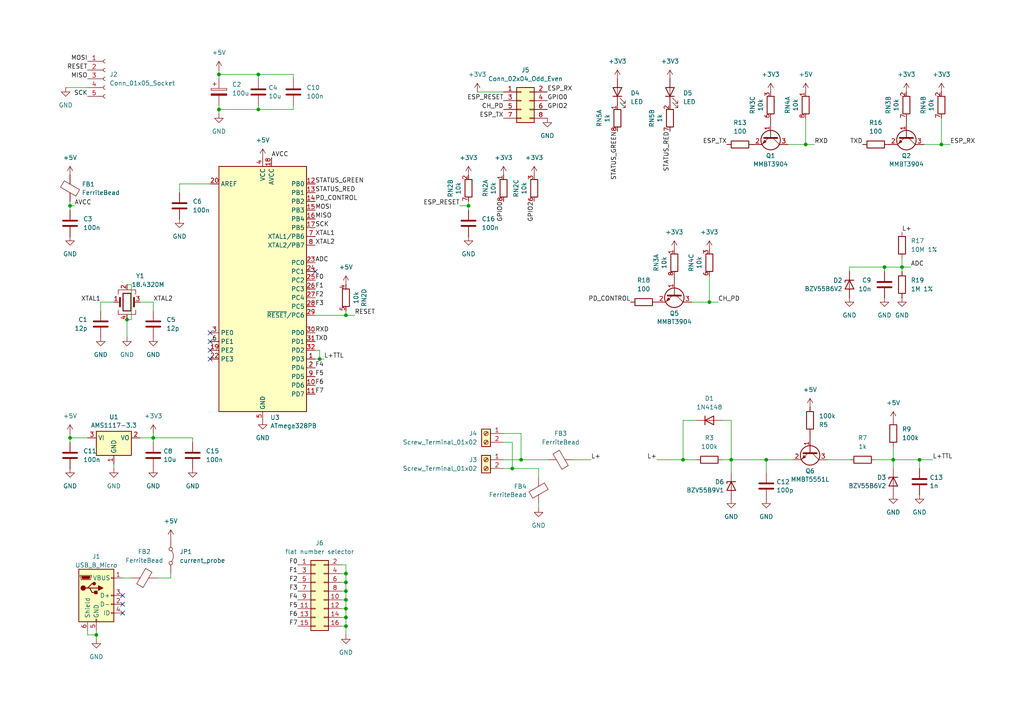
<source format=kicad_sch>
(kicad_sch (version 20231120) (generator "eeschema") (generator_version "8.0")
  (paper "A4")
  (title_block (title "Doorphone sniffer") (date "2024-10-29") (rev "1") (company "Evil Corp.") (comment 1 "Sniffs numbers of flats that are called on the line.") (comment 2 "Sends notifications about events over MQTT.") (comment 3 "Supports Proel-compatible doorphones."))
  (lib_symbols
    (symbol "Connector:Conn_01x05_Socket" (pin_names (offset 1.016) hide)
      (property "Reference" "J" (at 0 7.62 0))
      (property "Value" "Conn_01x05_Socket" (at 0 -7.62 0))
      (symbol "Conn_01x05_Socket_1_1"
        (pin passive line (at -5.08 5.08 0) (length 3.81) (name "Pin_1") (number "1"))
        (pin passive line (at -5.08 2.54 0) (length 3.81) (name "Pin_2") (number "2"))
        (pin passive line (at -5.08 0 0) (length 3.81) (name "Pin_3") (number "3"))
        (pin passive line (at -5.08 -2.54 0) (length 3.81) (name "Pin_4") (number "4"))
        (pin passive line (at -5.08 -5.08 0) (length 3.81) (name "Pin_5") (number "5"))
      )
    )
    (symbol "Connector:Screw_Terminal_01x02" (pin_names (offset 1.016) hide)
      (property "Reference" "J" (at 0 2.54 0))
      (property "Value" "Screw_Terminal_01x02" (at 0 -5.08 0))
      (symbol "Screw_Terminal_01x02_1_1"
        (pin passive line (at -5.08 0 0) (length 3.81) (name "Pin_1") (number "1"))
        (pin passive line (at -5.08 -2.54 0) (length 3.81) (name "Pin_2") (number "2"))
      )
    )
    (symbol "Connector:USB_B_Micro" (pin_names (offset 1.016))
      (property "Reference" "J" (at -5.08 11.43 0))
      (property "Value" "USB_B_Micro" (at -5.08 8.89 0))
      (symbol "USB_B_Micro_1_1"
        (pin power_out line (at 7.62 5.08 180) (length 2.54) (name "VBUS") (number "1"))
        (pin bidirectional line (at 7.62 -2.54 180) (length 2.54) (name "D-") (number "2"))
        (pin bidirectional line (at 7.62 0 180) (length 2.54) (name "D+") (number "3"))
        (pin passive line (at 7.62 -5.08 180) (length 2.54) (name "ID") (number "4"))
        (pin power_out line (at 0 -10.16 90) (length 2.54) (name "GND") (number "5"))
        (pin passive line (at -2.54 -10.16 90) (length 2.54) (name "Shield") (number "6"))
      )
    )
    (symbol "Connector_Generic:Conn_02x04_Odd_Even" (pin_names (offset 1.016) hide)
      (property "Reference" "J" (at 1.27 5.08 0))
      (property "Value" "Conn_02x04_Odd_Even" (at 1.27 -7.62 0))
      (symbol "Conn_02x04_Odd_Even_1_1"
        (pin passive line (at -5.08 2.54 0) (length 3.81) (name "Pin_1") (number "1"))
        (pin passive line (at 7.62 2.54 180) (length 3.81) (name "Pin_2") (number "2"))
        (pin passive line (at -5.08 0 0) (length 3.81) (name "Pin_3") (number "3"))
        (pin passive line (at 7.62 0 180) (length 3.81) (name "Pin_4") (number "4"))
        (pin passive line (at -5.08 -2.54 0) (length 3.81) (name "Pin_5") (number "5"))
        (pin passive line (at 7.62 -2.54 180) (length 3.81) (name "Pin_6") (number "6"))
        (pin passive line (at -5.08 -5.08 0) (length 3.81) (name "Pin_7") (number "7"))
        (pin passive line (at 7.62 -5.08 180) (length 3.81) (name "Pin_8") (number "8"))
      )
    )
    (symbol "Connector_Generic:Conn_02x08_Odd_Even" (pin_names (offset 1.016) hide)
      (property "Reference" "J" (at 1.27 10.16 0))
      (property "Value" "Conn_02x08_Odd_Even" (at 1.27 -12.7 0))
      (symbol "Conn_02x08_Odd_Even_1_1"
        (pin passive line (at -5.08 7.62 0) (length 3.81) (name "Pin_1") (number "1"))
        (pin passive line (at 7.62 -2.54 180) (length 3.81) (name "Pin_10") (number "10"))
        (pin passive line (at -5.08 -5.08 0) (length 3.81) (name "Pin_11") (number "11"))
        (pin passive line (at 7.62 -5.08 180) (length 3.81) (name "Pin_12") (number "12"))
        (pin passive line (at -5.08 -7.62 0) (length 3.81) (name "Pin_13") (number "13"))
        (pin passive line (at 7.62 -7.62 180) (length 3.81) (name "Pin_14") (number "14"))
        (pin passive line (at -5.08 -10.16 0) (length 3.81) (name "Pin_15") (number "15"))
        (pin passive line (at 7.62 -10.16 180) (length 3.81) (name "Pin_16") (number "16"))
        (pin passive line (at 7.62 7.62 180) (length 3.81) (name "Pin_2") (number "2"))
        (pin passive line (at -5.08 5.08 0) (length 3.81) (name "Pin_3") (number "3"))
        (pin passive line (at 7.62 5.08 180) (length 3.81) (name "Pin_4") (number "4"))
        (pin passive line (at -5.08 2.54 0) (length 3.81) (name "Pin_5") (number "5"))
        (pin passive line (at 7.62 2.54 180) (length 3.81) (name "Pin_6") (number "6"))
        (pin passive line (at -5.08 0 0) (length 3.81) (name "Pin_7") (number "7"))
        (pin passive line (at 7.62 0 180) (length 3.81) (name "Pin_8") (number "8"))
        (pin passive line (at -5.08 -2.54 0) (length 3.81) (name "Pin_9") (number "9"))
      )
    )
    (symbol "Device:C" (pin_numbers hide) (pin_names (offset 0.254))
      (property "Reference" "C" (at 0.635 2.54 0))
      (property "Value" "C" (at 0.635 -2.54 0))
      (symbol "C_1_1"
        (pin passive line (at 0 3.81 270) (length 2.794) (name "~") (number "1"))
        (pin passive line (at 0 -3.81 90) (length 2.794) (name "~") (number "2"))
      )
    )
    (symbol "Device:C_Polarized" (pin_numbers hide) (pin_names (offset 0.254))
      (property "Reference" "C" (at 0.635 2.54 0))
      (property "Value" "C_Polarized" (at 0.635 -2.54 0))
      (symbol "C_Polarized_1_1"
        (pin passive line (at 0 3.81 270) (length 2.794) (name "~") (number "1"))
        (pin passive line (at 0 -3.81 90) (length 2.794) (name "~") (number "2"))
      )
    )
    (symbol "Device:Crystal_GND24" (pin_names (offset 1.016) hide)
      (property "Reference" "Y" (at 3.175 5.08 0))
      (property "Value" "Crystal_GND24" (at 3.175 3.175 0))
      (symbol "Crystal_GND24_1_1"
        (pin passive line (at -3.81 0 0) (length 1.27) (name "1") (number "1"))
        (pin passive line (at 0 5.08 270) (length 1.27) (name "2") (number "2"))
        (pin passive line (at 3.81 0 180) (length 1.27) (name "3") (number "3"))
        (pin passive line (at 0 -5.08 90) (length 1.27) (name "4") (number "4"))
      )
    )
    (symbol "Device:D" (pin_numbers hide) (pin_names (offset 1.016) hide)
      (property "Reference" "D" (at 0 2.54 0))
      (property "Value" "D" (at 0 -2.54 0))
      (symbol "D_1_1"
        (pin passive line (at -3.81 0 0) (length 2.54) (name "K") (number "1"))
        (pin passive line (at 3.81 0 180) (length 2.54) (name "A") (number "2"))
      )
    )
    (symbol "Device:FerriteBead" (pin_numbers hide) (pin_names (offset 0))
      (property "Reference" "FB" (at -3.81 0.635 90))
      (property "Value" "FerriteBead" (at 3.81 0 90))
      (symbol "FerriteBead_1_1"
        (pin passive line (at 0 3.81 270) (length 2.54) (name "~") (number "1"))
        (pin passive line (at 0 -3.81 90) (length 2.54) (name "~") (number "2"))
      )
    )
    (symbol "Device:LED" (pin_numbers hide) (pin_names (offset 1.016) hide)
      (property "Reference" "D" (at 0 2.54 0))
      (property "Value" "LED" (at 0 -2.54 0))
      (symbol "LED_1_1"
        (pin passive line (at -3.81 0 0) (length 2.54) (name "K") (number "1"))
        (pin passive line (at 3.81 0 180) (length 2.54) (name "A") (number "2"))
      )
    )
    (symbol "Device:R" (pin_numbers hide) (pin_names (offset 0))
      (property "Reference" "R" (at 2.032 0 90))
      (property "Value" "R" (at 0 0 90))
      (symbol "R_1_1"
        (pin passive line (at 0 3.81 270) (length 1.27) (name "~") (number "1"))
        (pin passive line (at 0 -3.81 90) (length 1.27) (name "~") (number "2"))
      )
    )
    (symbol "Device:R_Pack04_Split" (pin_names (offset 0) hide)
      (property "Reference" "RN" (at 2.032 0 90))
      (property "Value" "R_Pack04_Split" (at 0 0 90))
      (symbol "R_Pack04_Split_1_1"
        (pin passive line (at 0 -3.81 90) (length 1.27) (name "R1.1") (number "1"))
        (pin passive line (at 0 3.81 270) (length 1.27) (name "R1.2") (number "8"))
      )
      (symbol "R_Pack04_Split_2_1"
        (pin passive line (at 0 -3.81 90) (length 1.27) (name "R2.1") (number "2"))
        (pin passive line (at 0 3.81 270) (length 1.27) (name "R2.2") (number "7"))
      )
      (symbol "R_Pack04_Split_3_1"
        (pin passive line (at 0 -3.81 90) (length 1.27) (name "R3.1") (number "3"))
        (pin passive line (at 0 3.81 270) (length 1.27) (name "R3.2") (number "6"))
      )
      (symbol "R_Pack04_Split_4_1"
        (pin passive line (at 0 -3.81 90) (length 1.27) (name "R4.1") (number "4"))
        (pin passive line (at 0 3.81 270) (length 1.27) (name "R4.2") (number "5"))
      )
    )
    (symbol "Diode:BZV55B6V2" (pin_numbers hide) (pin_names hide)
      (property "Reference" "D" (at 0 2.54 0))
      (property "Value" "BZV55B6V2" (at 0 -2.54 0))
      (symbol "BZV55B6V2_1_1"
        (pin passive line (at -3.81 0 0) (length 2.54) (name "K") (number "1"))
        (pin passive line (at 3.81 0 180) (length 2.54) (name "A") (number "2"))
      )
    )
    (symbol "Diode:BZV55B9V1" (pin_numbers hide) (pin_names hide)
      (property "Reference" "D" (at 0 2.54 0))
      (property "Value" "BZV55B9V1" (at 0 -2.54 0))
      (symbol "BZV55B9V1_1_1"
        (pin passive line (at -3.81 0 0) (length 2.54) (name "K") (number "1"))
        (pin passive line (at 3.81 0 180) (length 2.54) (name "A") (number "2"))
      )
    )
    (symbol "Jumper:Jumper_2_Bridged" (pin_numbers hide) (pin_names (offset 0) hide) (exclude_from_sim yes)
      (property "Reference" "JP" (at 0 1.905 0))
      (property "Value" "Jumper_2_Bridged" (at 0 -2.54 0))
      (symbol "Jumper_2_Bridged_1_1"
        (pin passive line (at -5.08 0 0) (length 2.54) (name "A") (number "1"))
        (pin passive line (at 5.08 0 180) (length 2.54) (name "B") (number "2"))
      )
    )
    (symbol "MCU_Microchip_ATmega:ATmega328PB-A"
      (property "Reference" "U" (at -12.7 36.83 0))
      (property "Value" "ATmega328PB-A" (at 2.54 -36.83 0))
      (symbol "ATmega328PB-A_1_1"
        (pin bidirectional line (at 15.24 -20.32 180) (length 2.54) (name "PD3") (number "1"))
        (pin bidirectional line (at 15.24 -27.94 180) (length 2.54) (name "PD6") (number "10"))
        (pin bidirectional line (at 15.24 -30.48 180) (length 2.54) (name "PD7") (number "11"))
        (pin bidirectional line (at 15.24 30.48 180) (length 2.54) (name "PB0") (number "12"))
        (pin bidirectional line (at 15.24 27.94 180) (length 2.54) (name "PB1") (number "13"))
        (pin bidirectional line (at 15.24 25.4 180) (length 2.54) (name "PB2") (number "14"))
        (pin bidirectional line (at 15.24 22.86 180) (length 2.54) (name "PB3") (number "15"))
        (pin bidirectional line (at 15.24 20.32 180) (length 2.54) (name "PB4") (number "16"))
        (pin bidirectional line (at 15.24 17.78 180) (length 2.54) (name "PB5") (number "17"))
        (pin power_in line (at 2.54 38.1 270) (length 2.54) (name "AVCC") (number "18"))
        (pin bidirectional line (at -15.24 -17.78 0) (length 2.54) (name "PE2") (number "19"))
        (pin bidirectional line (at 15.24 -22.86 180) (length 2.54) (name "PD4") (number "2"))
        (pin passive line (at -15.24 30.48 0) (length 2.54) (name "AREF") (number "20"))
        (pin passive line (at 0 -38.1 90) (length 2.54) hide (name "GND") (number "21"))
        (pin bidirectional line (at -15.24 -20.32 0) (length 2.54) (name "PE3") (number "22"))
        (pin bidirectional line (at 15.24 7.62 180) (length 2.54) (name "PC0") (number "23"))
        (pin bidirectional line (at 15.24 5.08 180) (length 2.54) (name "PC1") (number "24"))
        (pin bidirectional line (at 15.24 2.54 180) (length 2.54) (name "PC2") (number "25"))
        (pin bidirectional line (at 15.24 0 180) (length 2.54) (name "PC3") (number "26"))
        (pin bidirectional line (at 15.24 -2.54 180) (length 2.54) (name "PC4") (number "27"))
        (pin bidirectional line (at 15.24 -5.08 180) (length 2.54) (name "PC5") (number "28"))
        (pin bidirectional line (at 15.24 -7.62 180) (length 2.54) (name "~{RESET}/PC6") (number "29"))
        (pin bidirectional line (at -15.24 -12.7 0) (length 2.54) (name "PE0") (number "3"))
        (pin bidirectional line (at 15.24 -12.7 180) (length 2.54) (name "PD0") (number "30"))
        (pin bidirectional line (at 15.24 -15.24 180) (length 2.54) (name "PD1") (number "31"))
        (pin bidirectional line (at 15.24 -17.78 180) (length 2.54) (name "PD2") (number "32"))
        (pin power_in line (at 0 38.1 270) (length 2.54) (name "VCC") (number "4"))
        (pin power_in line (at 0 -38.1 90) (length 2.54) (name "GND") (number "5"))
        (pin bidirectional line (at -15.24 -15.24 0) (length 2.54) (name "PE1") (number "6"))
        (pin bidirectional line (at 15.24 15.24 180) (length 2.54) (name "XTAL1/PB6") (number "7"))
        (pin bidirectional line (at 15.24 12.7 180) (length 2.54) (name "XTAL2/PB7") (number "8"))
        (pin bidirectional line (at 15.24 -25.4 180) (length 2.54) (name "PD5") (number "9"))
      )
    )
    (symbol "Regulator_Linear:AMS1117-3.3"
      (property "Reference" "U" (at -3.81 3.175 0))
      (property "Value" "AMS1117-3.3" (at 0 3.175 0))
      (symbol "AMS1117-3.3_1_1"
        (pin power_in line (at 0 -7.62 90) (length 2.54) (name "GND") (number "1"))
        (pin power_out line (at 7.62 0 180) (length 2.54) (name "VO") (number "2"))
        (pin power_in line (at -7.62 0 0) (length 2.54) (name "VI") (number "3"))
      )
    )
    (symbol "Transistor_BJT:MMBT3904" (pin_names (offset 0) hide)
      (property "Reference" "Q" (at 5.08 1.905 0))
      (property "Value" "MMBT3904" (at 5.08 0 0))
      (symbol "MMBT3904_1_1"
        (pin input line (at -5.08 0 0) (length 5.715) (name "B") (number "1"))
        (pin passive line (at 2.54 -5.08 90) (length 2.54) (name "E") (number "2"))
        (pin passive line (at 2.54 5.08 270) (length 2.54) (name "C") (number "3"))
      )
    )
    (symbol "Transistor_BJT:MMBT5551L" (pin_names (offset 0) hide)
      (property "Reference" "Q" (at 5.08 1.905 0))
      (property "Value" "MMBT5551L" (at 5.08 0 0))
      (symbol "MMBT5551L_1_1"
        (pin input line (at -5.08 0 0) (length 5.715) (name "B") (number "1"))
        (pin passive line (at 2.54 -5.08 90) (length 2.54) (name "E") (number "2"))
        (pin passive line (at 2.54 5.08 270) (length 2.54) (name "C") (number "3"))
      )
    )
    (symbol "power:+3V3" (power) (pin_numbers hide) (pin_names (offset 0) hide)
      (property "Value" "+3V3" (at 0 3.556 0))
      (symbol "+3V3_1_1"
        (pin power_in line (at 0 0 90) (length 0) (name "~") (number "1"))
      )
    )
    (symbol "power:+5V" (power) (pin_numbers hide) (pin_names (offset 0) hide)
      (property "Value" "+5V" (at 0 3.556 0))
      (symbol "+5V_1_1"
        (pin power_in line (at 0 0 90) (length 0) (name "~") (number "1"))
      )
    )
    (symbol "power:GND" (power) (pin_numbers hide) (pin_names (offset 0) hide)
      (property "Value" "GND" (at 0 -3.81 0))
      (symbol "GND_1_1"
        (pin power_in line (at 0 0 270) (length 0) (name "~") (number "1"))
      )
    )
  )
  (junction (at 74.93 31.75))
  (junction (at 266.7 133.35))
  (junction (at 100.33 176.53))
  (junction (at 44.45 127))
  (junction (at 100.33 181.61))
  (junction (at 256.54 77.47))
  (junction (at 100.33 171.45))
  (junction (at 74.93 21.59))
  (junction (at 36.83 92.71))
  (junction (at 100.33 168.91))
  (junction (at 63.5 21.59))
  (junction (at 20.32 59.69))
  (junction (at 273.05 41.91))
  (junction (at 100.33 91.44))
  (junction (at 135.89 59.69))
  (junction (at 100.33 173.99))
  (junction (at 100.33 179.07))
  (junction (at 100.33 166.37))
  (junction (at 205.74 87.63))
  (junction (at 27.94 184.15))
  (junction (at 259.08 133.35))
  (junction (at 63.5 31.75))
  (junction (at 20.32 127))
  (junction (at 151.13 133.35))
  (junction (at 261.62 77.47))
  (junction (at 212.09 133.35))
  (junction (at 148.59 135.89))
  (junction (at 92.71 104.14))
  (junction (at 198.12 133.35))
  (junction (at 233.68 41.91))
  (junction (at 222.25 133.35))
  (no_connect (at 60.96 99.06))
  (no_connect (at 91.44 78.74))
  (no_connect (at 35.56 172.72))
  (no_connect (at 60.96 96.52))
  (no_connect (at 35.56 177.8))
  (no_connect (at 60.96 101.6))
  (no_connect (at 35.56 175.26))
  (no_connect (at 60.96 104.14))
  (wire (pts (xy 222.25 133.35) (xy 229.87 133.35)))
  (wire (pts (xy 92.71 101.6) (xy 92.71 104.14)))
  (wire (pts (xy 49.53 167.64) (xy 49.53 166.37)))
  (wire (pts (xy 91.44 101.6) (xy 92.71 101.6)))
  (wire (pts (xy 151.13 125.73) (xy 151.13 133.35)))
  (wire (pts (xy 198.12 121.92) (xy 198.12 133.35)))
  (wire (pts (xy 151.13 133.35) (xy 146.05 133.35)))
  (wire (pts (xy 20.32 59.69) (xy 20.32 60.96)))
  (wire (pts (xy 212.09 133.35) (xy 212.09 137.16)))
  (wire (pts (xy 212.09 133.35) (xy 212.09 121.92)))
  (wire (pts (xy 44.45 128.27) (xy 44.45 127)))
  (wire (pts (xy 171.45 133.35) (xy 166.37 133.35)))
  (wire (pts (xy 35.56 167.64) (xy 38.1 167.64)))
  (wire (pts (xy 29.21 87.63) (xy 33.02 87.63)))
  (wire (pts (xy 146.05 128.27) (xy 148.59 128.27)))
  (wire (pts (xy 99.06 173.99) (xy 100.33 173.99)))
  (wire (pts (xy 100.33 176.53) (xy 100.33 179.07)))
  (wire (pts (xy 92.71 104.14) (xy 93.98 104.14)))
  (wire (pts (xy 74.93 30.48) (xy 74.93 31.75)))
  (wire (pts (xy 246.38 78.74) (xy 246.38 77.47)))
  (wire (pts (xy 44.45 125.73) (xy 44.45 127)))
  (wire (pts (xy 205.74 87.63) (xy 205.74 80.01)))
  (wire (pts (xy 133.35 59.69) (xy 135.89 59.69)))
  (wire (pts (xy 99.06 163.83) (xy 100.33 163.83)))
  (wire (pts (xy 19.05 25.4) (xy 25.4 25.4)))
  (wire (pts (xy 156.21 135.89) (xy 156.21 138.43)))
  (wire (pts (xy 74.93 21.59) (xy 85.09 21.59)))
  (wire (pts (xy 36.83 92.71) (xy 38.1 92.71)))
  (wire (pts (xy 205.74 87.63) (xy 208.28 87.63)))
  (wire (pts (xy 91.44 104.14) (xy 92.71 104.14)))
  (wire (pts (xy 273.05 41.91) (xy 275.59 41.91)))
  (wire (pts (xy 261.62 77.47) (xy 264.16 77.47)))
  (wire (pts (xy 99.06 166.37) (xy 100.33 166.37)))
  (wire (pts (xy 138.43 26.67) (xy 146.05 26.67)))
  (wire (pts (xy 63.5 21.59) (xy 63.5 22.86)))
  (wire (pts (xy 259.08 133.35) (xy 254 133.35)))
  (wire (pts (xy 63.5 20.32) (xy 63.5 21.59)))
  (wire (pts (xy 74.93 22.86) (xy 74.93 21.59)))
  (wire (pts (xy 261.62 77.47) (xy 261.62 78.74)))
  (wire (pts (xy 20.32 58.42) (xy 20.32 59.69)))
  (wire (pts (xy 259.08 133.35) (xy 259.08 135.89)))
  (wire (pts (xy 156.21 135.89) (xy 148.59 135.89)))
  (wire (pts (xy 20.32 59.69) (xy 21.59 59.69)))
  (wire (pts (xy 209.55 133.35) (xy 212.09 133.35)))
  (wire (pts (xy 74.93 31.75) (xy 85.09 31.75)))
  (wire (pts (xy 29.21 90.17) (xy 29.21 87.63)))
  (wire (pts (xy 148.59 135.89) (xy 146.05 135.89)))
  (wire (pts (xy 100.33 91.44) (xy 102.87 91.44)))
  (wire (pts (xy 100.33 166.37) (xy 100.33 168.91)))
  (wire (pts (xy 267.97 41.91) (xy 273.05 41.91)))
  (wire (pts (xy 36.83 82.55) (xy 38.1 82.55)))
  (wire (pts (xy 85.09 22.86) (xy 85.09 21.59)))
  (wire (pts (xy 259.08 133.35) (xy 266.7 133.35)))
  (wire (pts (xy 100.33 181.61) (xy 100.33 184.15)))
  (wire (pts (xy 135.89 58.42) (xy 135.89 59.69)))
  (wire (pts (xy 27.94 184.15) (xy 27.94 182.88)))
  (wire (pts (xy 40.64 87.63) (xy 44.45 87.63)))
  (wire (pts (xy 52.07 53.34) (xy 60.96 53.34)))
  (wire (pts (xy 63.5 31.75) (xy 74.93 31.75)))
  (wire (pts (xy 233.68 41.91) (xy 236.22 41.91)))
  (wire (pts (xy 45.72 167.64) (xy 49.53 167.64)))
  (wire (pts (xy 135.89 59.69) (xy 135.89 60.96)))
  (wire (pts (xy 200.66 87.63) (xy 205.74 87.63)))
  (wire (pts (xy 212.09 133.35) (xy 222.25 133.35)))
  (wire (pts (xy 201.93 121.92) (xy 198.12 121.92)))
  (wire (pts (xy 63.5 31.75) (xy 63.5 33.02)))
  (wire (pts (xy 273.05 41.91) (xy 273.05 34.29)))
  (wire (pts (xy 63.5 21.59) (xy 74.93 21.59)))
  (wire (pts (xy 259.08 129.54) (xy 259.08 133.35)))
  (wire (pts (xy 52.07 53.34) (xy 52.07 55.88)))
  (wire (pts (xy 240.03 133.35) (xy 246.38 133.35)))
  (wire (pts (xy 99.06 176.53) (xy 100.33 176.53)))
  (wire (pts (xy 25.4 182.88) (xy 25.4 184.15)))
  (wire (pts (xy 212.09 121.92) (xy 209.55 121.92)))
  (wire (pts (xy 44.45 127) (xy 40.64 127)))
  (wire (pts (xy 148.59 128.27) (xy 148.59 135.89)))
  (wire (pts (xy 33.02 135.89) (xy 33.02 134.62)))
  (wire (pts (xy 36.83 97.79) (xy 36.83 92.71)))
  (wire (pts (xy 85.09 30.48) (xy 85.09 31.75)))
  (wire (pts (xy 158.75 133.35) (xy 151.13 133.35)))
  (wire (pts (xy 55.88 128.27) (xy 55.88 127)))
  (wire (pts (xy 100.33 179.07) (xy 100.33 181.61)))
  (wire (pts (xy 99.06 168.91) (xy 100.33 168.91)))
  (wire (pts (xy 20.32 125.73) (xy 20.32 127)))
  (wire (pts (xy 156.21 147.32) (xy 156.21 146.05)))
  (wire (pts (xy 99.06 171.45) (xy 100.33 171.45)))
  (wire (pts (xy 38.1 82.55) (xy 38.1 92.71)))
  (wire (pts (xy 100.33 90.17) (xy 100.33 91.44)))
  (wire (pts (xy 20.32 128.27) (xy 20.32 127)))
  (wire (pts (xy 198.12 133.35) (xy 201.93 133.35)))
  (wire (pts (xy 20.32 127) (xy 25.4 127)))
  (wire (pts (xy 233.68 41.91) (xy 233.68 34.29)))
  (wire (pts (xy 266.7 133.35) (xy 270.51 133.35)))
  (wire (pts (xy 44.45 90.17) (xy 44.45 87.63)))
  (wire (pts (xy 266.7 133.35) (xy 266.7 135.89)))
  (wire (pts (xy 44.45 127) (xy 55.88 127)))
  (wire (pts (xy 27.94 184.15) (xy 27.94 185.42)))
  (wire (pts (xy 99.06 179.07) (xy 100.33 179.07)))
  (wire (pts (xy 25.4 184.15) (xy 27.94 184.15)))
  (wire (pts (xy 146.05 125.73) (xy 151.13 125.73)))
  (wire (pts (xy 228.6 41.91) (xy 233.68 41.91)))
  (wire (pts (xy 256.54 78.74) (xy 256.54 77.47)))
  (wire (pts (xy 100.33 171.45) (xy 100.33 173.99)))
  (wire (pts (xy 99.06 181.61) (xy 100.33 181.61)))
  (wire (pts (xy 246.38 77.47) (xy 256.54 77.47)))
  (wire (pts (xy 100.33 163.83) (xy 100.33 166.37)))
  (wire (pts (xy 100.33 173.99) (xy 100.33 176.53)))
  (wire (pts (xy 100.33 168.91) (xy 100.33 171.45)))
  (wire (pts (xy 256.54 77.47) (xy 261.62 77.47)))
  (wire (pts (xy 91.44 91.44) (xy 100.33 91.44)))
  (wire (pts (xy 190.5 133.35) (xy 198.12 133.35)))
  (wire (pts (xy 222.25 133.35) (xy 222.25 137.16)))
  (wire (pts (xy 63.5 30.48) (xy 63.5 31.75)))
  (wire (pts (xy 261.62 74.93) (xy 261.62 77.47)))
  (label "PD_CONTROL" (at 182.88 87.63 180))
  (label "ESP_RX" (at 275.59 41.91 0))
  (label "XTAL1" (at 91.44 68.58 0))
  (label "F3" (at 91.44 88.9 0))
  (label "AVCC" (at 21.59 59.69 0))
  (label "GPIO2" (at 154.94 58.42 270))
  (label "F2" (at 91.44 86.36 0))
  (label "ADC" (at 91.44 76.2 0))
  (label "RXD" (at 91.44 96.52 0))
  (label "MOSI" (at 25.4 17.78 180))
  (label "GPIO0" (at 146.05 58.42 270))
  (label "ESP_TX" (at 146.05 34.29 180))
  (label "SCK" (at 25.4 27.94 180))
  (label "F1" (at 86.36 166.37 180))
  (label "F6" (at 86.36 179.07 180))
  (label "L+" (at 261.62 67.31 0))
  (label "L+" (at 190.5 133.35 180))
  (label "F1" (at 91.44 83.82 0))
  (label "F7" (at 91.44 114.3 0))
  (label "F2" (at 86.36 168.91 180))
  (label "F7" (at 86.36 181.61 180))
  (label "CH_PD" (at 208.28 87.63 0))
  (label "ADC" (at 264.16 77.47 0))
  (label "L+" (at 171.45 133.35 0))
  (label "XTAL2" (at 44.45 87.63 0))
  (label "TXD" (at 250.19 41.91 180))
  (label "RXD" (at 236.22 41.91 0))
  (label "STATUS_GREEN" (at 91.44 53.34 0))
  (label "L+TTL" (at 93.98 104.14 0))
  (label "AVCC" (at 78.74 45.72 0))
  (label "F0" (at 86.36 163.83 180))
  (label "PD_CONTROL" (at 91.44 58.42 0))
  (label "RESET" (at 25.4 20.32 180))
  (label "ESP_RESET" (at 146.05 29.21 180))
  (label "MOSI" (at 91.44 60.96 0))
  (label "F6" (at 91.44 111.76 0))
  (label "XTAL1" (at 29.21 87.63 180))
  (label "CH_PD" (at 146.05 31.75 180))
  (label "STATUS_RED" (at 194.31 38.1 270))
  (label "ESP_RESET" (at 133.35 59.69 180))
  (label "F0" (at 91.44 81.28 0))
  (label "F4" (at 91.44 106.68 0))
  (label "XTAL2" (at 91.44 71.12 0))
  (label "L+TTL" (at 270.51 133.35 0))
  (label "STATUS_RED" (at 91.44 55.88 0))
  (label "MISO" (at 91.44 63.5 0))
  (label "ESP_TX" (at 210.82 41.91 180))
  (label "GPIO0" (at 158.75 29.21 0))
  (label "F5" (at 86.36 176.53 180))
  (label "RESET" (at 102.87 91.44 0))
  (label "MISO" (at 25.4 22.86 180))
  (label "F3" (at 86.36 171.45 180))
  (label "TXD" (at 91.44 99.06 0))
  (label "F4" (at 86.36 173.99 180))
  (label "F5" (at 91.44 109.22 0))
  (label "SCK" (at 91.44 66.04 0))
  (label "ESP_RX" (at 158.75 26.67 0))
  (label "STATUS_GREEN" (at 179.07 38.1 270))
  (label "GPIO2" (at 158.75 31.75 0))
  (symbol (lib_id "Device:D") (at 205.74 121.92 0) (mirror x) (unit 1)
    (property "Reference" "D1" (at 205.74 115.57 0))
    (property "Value" "1N4148" (at 205.74 118.11 0))
    (property "Footprint" "Diode_SMD:D_MiniMELF" (effects (hide yes)))
    (property "Description" "Diode" (effects (hide yes)))
    (property "Sim.Device" "D" (effects (hide yes)))
    (property "Sim.Pins" "1=K 2=A" (effects (hide yes)))
  )
  (symbol (lib_id "Device:C") (at 29.21 93.98 0) (unit 1)
    (property "Reference" "C1" (at 25.4 92.7099 0) (effects (justify right)))
    (property "Value" "12p" (at 25.4 95.2499 0) (effects (justify right)))
    (property "Footprint" "Capacitor_SMD:C_0805_2012Metric" (effects (hide yes)))
    (property "Description" "Unpolarized capacitor" (effects (hide yes)))
  )
  (symbol (lib_id "power:+5V") (at 63.5 20.32 0) (unit 1)
    (property "Reference" "#PWR03" (effects (hide yes)))
    (property "Value" "+5V" (at 63.5 15.24 0))
    (property "Description" "Power symbol creates a global label with name \"+5V\"" (effects (hide yes)))
  )
  (symbol (lib_id "Device:C") (at 256.54 82.55 0) (unit 1)
    (property "Reference" "C9" (at 252.73 81.2799 0) (effects (justify right)))
    (property "Value" "10n" (at 252.73 83.8199 0) (effects (justify right)))
    (property "Footprint" "Capacitor_SMD:C_0805_2012Metric" (effects (hide yes)))
    (property "Description" "Unpolarized capacitor" (effects (hide yes)))
  )
  (symbol (lib_id "power:+5V") (at 233.68 26.67 0) (unit 1)
    (property "Reference" "#PWR034" (effects (hide yes)))
    (property "Value" "+5V" (at 233.68 21.59 0))
    (property "Description" "Power symbol creates a global label with name \"+5V\"" (effects (hide yes)))
  )
  (symbol (lib_id "power:+3V3") (at 146.05 50.8 0) (unit 1)
    (property "Reference" "#PWR026" (effects (hide yes)))
    (property "Value" "+3V3" (at 146.05 45.72 0))
    (property "Description" "Power symbol creates a global label with name \"+3V3\"" (effects (hide yes)))
  )
  (symbol (lib_id "power:GND") (at 100.33 184.15 0) (unit 1)
    (property "Reference" "#PWR053" (effects (hide yes)))
    (property "Value" "GND" (at 100.33 189.23 0))
    (property "Description" "Power symbol creates a global label with name \"GND\" , ground" (effects (hide yes)))
  )
  (symbol (lib_id "Connector_Generic:Conn_02x04_Odd_Even") (at 151.13 29.21 0) (unit 1)
    (property "Reference" "J5" (at 152.4 20.32 0))
    (property "Value" "Conn_02x04_Odd_Even" (at 152.4 22.86 0))
    (property "Footprint" "Connector_PinSocket_2.54mm:PinSocket_2x04_P2.54mm_Vertical" (effects (hide yes)))
    (property "Description" "Generic connector, double row, 02x04, odd/even pin numbering scheme (row 1 odd numbers, row 2 even numbers), script generated (kicad-library-utils/schlib/autogen/connector/)" (effects (hide yes)))
  )
  (symbol (lib_id "power:GND") (at 256.54 86.36 0) (unit 1)
    (property "Reference" "#PWR035" (effects (hide yes)))
    (property "Value" "GND" (at 256.54 91.44 0))
    (property "Description" "Power symbol creates a global label with name \"GND\" , ground" (effects (hide yes)))
  )
  (symbol (lib_id "Device:C") (at 222.25 140.97 0) (unit 1)
    (property "Reference" "C12" (at 225.171 139.7578 0) (effects (justify left)))
    (property "Value" "100p" (at 225.171 142.1821 0) (effects (justify left)))
    (property "Footprint" "Capacitor_SMD:C_0805_2012Metric" (effects (hide yes)))
    (property "Description" "Unpolarized capacitor" (effects (hide yes)))
  )
  (symbol (lib_id "power:GND") (at 44.45 97.79 0) (unit 1)
    (property "Reference" "#PWR08" (effects (hide yes)))
    (property "Value" "GND" (at 44.45 102.87 0))
    (property "Description" "Power symbol creates a global label with name \"GND\" , ground" (effects (hide yes)))
  )
  (symbol (lib_id "Device:R") (at 261.62 82.55 0) (unit 1)
    (property "Reference" "R19" (at 264.16 81.2799 0) (effects (justify left)))
    (property "Value" "1M 1%" (at 264.16 83.8199 0) (effects (justify left)))
    (property "Footprint" "Resistor_SMD:R_1206_3216Metric" (effects (hide yes)))
    (property "Description" "Resistor" (effects (hide yes)))
  )
  (symbol (lib_id "Device:C") (at 44.45 93.98 0) (unit 1)
    (property "Reference" "C5" (at 48.26 92.7099 0) (effects (justify left)))
    (property "Value" "12p" (at 48.26 95.2499 0) (effects (justify left)))
    (property "Footprint" "Capacitor_SMD:C_0805_2012Metric" (effects (hide yes)))
    (property "Description" "Unpolarized capacitor" (effects (hide yes)))
  )
  (symbol (lib_id "Device:R_Pack04_Split") (at 262.89 30.48 0) (mirror x) (unit 2)
    (property "Reference" "RN3" (at 257.6322 30.48 90))
    (property "Value" "10k" (at 259.9436 30.48 90))
    (property "Footprint" "Resistor_SMD:R_Array_Convex_4x0603" (effects (hide yes)))
  )
  (symbol (lib_id "power:+3V3") (at 262.89 26.67 0) (unit 1)
    (property "Reference" "#PWR037" (effects (hide yes)))
    (property "Value" "+3V3" (at 262.89 21.59 0))
    (property "Description" "Power symbol creates a global label with name \"+3V3\"" (effects (hide yes)))
  )
  (symbol (lib_id "Device:Crystal_GND24") (at 36.83 87.63 0) (unit 1)
    (property "Reference" "Y1" (at 40.64 80.01 0))
    (property "Value" "18.4320M" (at 42.926 82.55 0))
    (property "Footprint" "Crystal:Crystal_SMD_3225-4Pin_3.2x2.5mm" (effects (hide yes)))
  )
  (symbol (lib_id "power:GND") (at 212.09 144.78 0) (unit 1)
    (property "Reference" "#PWR021" (effects (hide yes)))
    (property "Value" "GND" (at 212.09 149.86 0))
    (property "Description" "Power symbol creates a global label with name \"GND\" , ground" (effects (hide yes)))
  )
  (symbol (lib_id "Connector:USB_B_Micro") (at 27.94 172.72 0) (unit 1)
    (property "Reference" "J1" (at 27.94 161.4002 0))
    (property "Value" "USB_B_Micro" (at 27.94 163.9371 0))
    (property "Footprint" "libs:USB_Micro-B" (effects (hide yes)))
  )
  (symbol (lib_id "Device:FerriteBead") (at 162.56 133.35 270) (mirror x) (unit 1)
    (property "Reference" "FB3" (at 162.6108 125.73 90))
    (property "Value" "FerriteBead" (at 162.6108 128.27 90))
    (property "Footprint" "Inductor_SMD:L_0805_2012Metric" (effects (hide yes)))
    (property "Description" "Ferrite bead" (effects (hide yes)))
  )
  (symbol (lib_id "Connector:Screw_Terminal_01x02") (at 140.97 125.73 0) (mirror y) (unit 1)
    (property "Reference" "J4" (at 138.43 125.7299 0) (effects (justify left)))
    (property "Value" "Screw_Terminal_01x02" (at 138.43 128.2699 0) (effects (justify left)))
    (property "Footprint" "TerminalBlock:TerminalBlock_bornier-2_P5.08mm" (effects (hide yes)))
    (property "Description" "Generic screw terminal, single row, 01x02, script generated (kicad-library-utils/schlib/autogen/connector/)" (effects (hide yes)))
  )
  (symbol (lib_id "power:GND") (at 44.45 135.89 0) (unit 1)
    (property "Reference" "#PWR018" (effects (hide yes)))
    (property "Value" "GND" (at 44.45 140.97 0))
    (property "Description" "Power symbol creates a global label with name \"GND\" , ground" (effects (hide yes)))
  )
  (symbol (lib_id "power:GND") (at 52.07 63.5 0) (unit 1)
    (property "Reference" "#PWR010" (effects (hide yes)))
    (property "Value" "GND" (at 52.07 68.58 0))
    (property "Description" "Power symbol creates a global label with name \"GND\" , ground" (effects (hide yes)))
  )
  (symbol (lib_id "Device:FerriteBead") (at 156.21 142.24 0) (mirror x) (unit 1)
    (property "Reference" "FB4" (at 152.8064 141.0786 0) (effects (justify right)))
    (property "Value" "FerriteBead" (at 152.8064 143.5029 0) (effects (justify right)))
    (property "Footprint" "Inductor_SMD:L_0805_2012Metric" (effects (hide yes)))
    (property "Description" "Ferrite bead" (effects (hide yes)))
  )
  (symbol (lib_id "Transistor_BJT:MMBT3904") (at 223.52 39.37 270) (unit 1)
    (property "Reference" "Q1" (at 223.52 45.1795 90))
    (property "Value" "MMBT3904" (at 223.52 47.6038 90))
    (property "Footprint" "Package_TO_SOT_SMD:SOT-23" (effects (hide yes)))
    (property "Datasheet" "https://www.onsemi.com/pdf/datasheet/pzt3904-d.pdf" (effects (hide yes)))
    (property "Description" "0.2A Ic, 40V Vce, Small Signal NPN Transistor, SOT-23" (effects (hide yes)))
  )
  (symbol (lib_id "Diode:BZV55B9V1") (at 212.09 140.97 90) (mirror x) (unit 1)
    (property "Reference" "D6" (at 210.058 139.7578 90) (effects (justify left)))
    (property "Value" "BZV55B9V1" (at 210.058 142.1821 90) (effects (justify left)))
    (property "Footprint" "Diode_SMD:D_MiniMELF" (effects (hide yes)))
    (property "Datasheet" "https://assets.nexperia.com/documents/data-sheet/BZV55_SER.pdf" (effects (hide yes)))
    (property "Description" "9.1V, 500mW, 2%, Zener diode, MiniMELF" (effects (hide yes)))
  )
  (symbol (lib_id "Device:R_Pack04_Split") (at 194.31 34.29 0) (mirror x) (unit 2)
    (property "Reference" "RN5" (at 189.0522 34.29 90))
    (property "Value" "1k" (at 191.3636 34.29 90))
    (property "Footprint" "Resistor_SMD:R_Array_Convex_4x0603" (effects (hide yes)))
  )
  (symbol (lib_id "Device:C_Polarized") (at 63.5 26.67 0) (unit 1)
    (property "Reference" "C2" (at 67.31 24.5109 0) (effects (justify left)))
    (property "Value" "100u" (at 67.31 27.0509 0) (effects (justify left)))
    (property "Footprint" "Capacitor_SMD:CP_Elec_6.3x9.9" (effects (hide yes)))
    (property "Description" "Polarized capacitor" (effects (hide yes)))
  )
  (symbol (lib_id "Device:R_Pack04_Split") (at 273.05 30.48 0) (mirror x) (unit 2)
    (property "Reference" "RN4" (at 267.7922 30.48 90))
    (property "Value" "10k" (at 270.1036 30.48 90))
    (property "Footprint" "Resistor_SMD:R_Array_Convex_4x0603" (effects (hide yes)))
  )
  (symbol (lib_id "power:GND") (at 33.02 135.89 0) (unit 1)
    (property "Reference" "#PWR016" (effects (hide yes)))
    (property "Value" "GND" (at 33.02 140.97 0))
    (property "Description" "Power symbol creates a global label with name \"GND\" , ground" (effects (hide yes)))
  )
  (symbol (lib_id "Connector:Screw_Terminal_01x02") (at 140.97 133.35 0) (mirror y) (unit 1)
    (property "Reference" "J3" (at 138.43 133.3499 0) (effects (justify left)))
    (property "Value" "Screw_Terminal_01x02" (at 138.43 135.8899 0) (effects (justify left)))
    (property "Footprint" "TerminalBlock:TerminalBlock_bornier-2_P5.08mm" (effects (hide yes)))
    (property "Description" "Generic screw terminal, single row, 01x02, script generated (kicad-library-utils/schlib/autogen/connector/)" (effects (hide yes)))
  )
  (symbol (lib_id "Diode:BZV55B6V2") (at 259.08 139.7 90) (mirror x) (unit 1)
    (property "Reference" "D3" (at 257.048 138.4878 90) (effects (justify left)))
    (property "Value" "BZV55B6V2" (at 257.048 140.9121 90) (effects (justify left)))
    (property "Footprint" "Diode_SMD:D_MiniMELF" (effects (hide yes)))
    (property "Datasheet" "https://assets.nexperia.com/documents/data-sheet/BZV55_SER.pdf" (effects (hide yes)))
    (property "Description" "6.2V, 500mW, 2%, Zener diode, MiniMELF" (effects (hide yes)))
  )
  (symbol (lib_id "Device:C") (at 52.07 59.69 0) (unit 1)
    (property "Reference" "C6" (at 55.88 58.4199 0) (effects (justify left)))
    (property "Value" "100n" (at 55.88 60.9599 0) (effects (justify left)))
    (property "Footprint" "Capacitor_SMD:C_0805_2012Metric" (effects (hide yes)))
    (property "Description" "Unpolarized capacitor" (effects (hide yes)))
  )
  (symbol (lib_id "Device:FerriteBead") (at 41.91 167.64 90) (unit 1)
    (property "Reference" "FB2" (at 41.8592 160.02 90))
    (property "Value" "FerriteBead" (at 41.8592 162.56 90))
    (property "Footprint" "Inductor_SMD:L_0805_2012Metric" (effects (hide yes)))
    (property "Description" "Ferrite bead" (effects (hide yes)))
  )
  (symbol (lib_id "power:+3V3") (at 223.52 26.67 0) (unit 1)
    (property "Reference" "#PWR033" (effects (hide yes)))
    (property "Value" "+3V3" (at 223.52 21.59 0))
    (property "Description" "Power symbol creates a global label with name \"+3V3\"" (effects (hide yes)))
  )
  (symbol (lib_id "power:+3V3") (at 205.74 72.39 0) (unit 1)
    (property "Reference" "#PWR043" (effects (hide yes)))
    (property "Value" "+3V3" (at 205.74 67.31 0))
    (property "Description" "Power symbol creates a global label with name \"+3V3\"" (effects (hide yes)))
  )
  (symbol (lib_id "power:GND") (at 20.32 68.58 0) (unit 1)
    (property "Reference" "#PWR06" (effects (hide yes)))
    (property "Value" "GND" (at 20.32 73.66 0))
    (property "Description" "Power symbol creates a global label with name \"GND\" , ground" (effects (hide yes)))
  )
  (symbol (lib_id "Device:R") (at 186.69 87.63 90) (unit 1)
    (property "Reference" "R18" (at 186.69 81.28 90))
    (property "Value" "100" (at 186.69 83.82 90))
    (property "Footprint" "Resistor_SMD:R_0603_1608Metric" (effects (hide yes)))
    (property "Description" "Resistor" (effects (hide yes)))
  )
  (symbol (lib_id "Device:R") (at 234.95 121.92 180) (unit 1)
    (property "Reference" "R5" (at 237.49 123.1901 0) (effects (justify right)))
    (property "Value" "100k" (at 237.49 120.6501 0) (effects (justify right)))
    (property "Footprint" "Resistor_SMD:R_0805_2012Metric" (effects (hide yes)))
    (property "Description" "Resistor" (effects (hide yes)))
  )
  (symbol (lib_id "power:GND") (at 63.5 33.02 0) (unit 1)
    (property "Reference" "#PWR04" (effects (hide yes)))
    (property "Value" "GND" (at 63.5 38.1 0))
    (property "Description" "Power symbol creates a global label with name \"GND\" , ground" (effects (hide yes)))
  )
  (symbol (lib_id "Transistor_BJT:MMBT3904") (at 262.89 39.37 270) (unit 1)
    (property "Reference" "Q2" (at 262.89 45.1795 90))
    (property "Value" "MMBT3904" (at 262.89 47.6038 90))
    (property "Footprint" "Package_TO_SOT_SMD:SOT-23" (effects (hide yes)))
    (property "Datasheet" "https://www.onsemi.com/pdf/datasheet/pzt3904-d.pdf" (effects (hide yes)))
    (property "Description" "0.2A Ic, 40V Vce, Small Signal NPN Transistor, SOT-23" (effects (hide yes)))
  )
  (symbol (lib_id "power:+3V3") (at 194.31 22.86 0) (unit 1)
    (property "Reference" "#PWR032" (effects (hide yes)))
    (property "Value" "+3V3" (at 194.31 17.78 0))
    (property "Description" "Power symbol creates a global label with name \"+3V3\"" (effects (hide yes)))
  )
  (symbol (lib_id "power:+3V3") (at 195.58 72.39 0) (unit 1)
    (property "Reference" "#PWR042" (effects (hide yes)))
    (property "Value" "+3V3" (at 195.58 67.31 0))
    (property "Description" "Power symbol creates a global label with name \"+3V3\"" (effects (hide yes)))
  )
  (symbol (lib_id "power:+5V") (at 49.53 156.21 0) (unit 1)
    (property "Reference" "#PWR09" (effects (hide yes)))
    (property "Value" "+5V" (at 49.53 151.13 0))
    (property "Description" "Power symbol creates a global label with name \"+5V\"" (effects (hide yes)))
  )
  (symbol (lib_id "power:+3V3") (at 273.05 26.67 0) (unit 1)
    (property "Reference" "#PWR038" (effects (hide yes)))
    (property "Value" "+3V3" (at 273.05 21.59 0))
    (property "Description" "Power symbol creates a global label with name \"+3V3\"" (effects (hide yes)))
  )
  (symbol (lib_id "power:GND") (at 135.89 68.58 0) (unit 1)
    (property "Reference" "#PWR041" (effects (hide yes)))
    (property "Value" "GND" (at 135.89 73.66 0))
    (property "Description" "Power symbol creates a global label with name \"GND\" , ground" (effects (hide yes)))
  )
  (symbol (lib_id "Device:R") (at 250.19 133.35 270) (mirror x) (unit 1)
    (property "Reference" "R7" (at 250.19 127 90))
    (property "Value" "1k" (at 250.19 129.54 90))
    (property "Footprint" "Resistor_SMD:R_0805_2012Metric" (effects (hide yes)))
    (property "Description" "Resistor" (effects (hide yes)))
  )
  (symbol (lib_id "power:GND") (at 261.62 86.36 0) (unit 1)
    (property "Reference" "#PWR036" (effects (hide yes)))
    (property "Value" "GND" (at 261.62 91.44 0))
    (property "Description" "Power symbol creates a global label with name \"GND\" , ground" (effects (hide yes)))
  )
  (symbol (lib_id "Device:C") (at 44.45 132.08 0) (unit 1)
    (property "Reference" "C8" (at 47.371 130.8678 0) (effects (justify left)))
    (property "Value" "10u" (at 47.371 133.2921 0) (effects (justify left)))
    (property "Footprint" "Capacitor_SMD:C_1206_3216Metric" (effects (hide yes)))
    (property "Description" "Unpolarized capacitor" (effects (hide yes)))
  )
  (symbol (lib_id "power:GND") (at 246.38 86.36 0) (unit 1)
    (property "Reference" "#PWR039" (effects (hide yes)))
    (property "Value" "GND" (at 246.38 91.44 0))
    (property "Description" "Power symbol creates a global label with name \"GND\" , ground" (effects (hide yes)))
  )
  (symbol (lib_id "Device:R") (at 261.62 71.12 0) (unit 1)
    (property "Reference" "R17" (at 264.16 69.8499 0) (effects (justify left)))
    (property "Value" "10M 1%" (at 264.16 72.3899 0) (effects (justify left)))
    (property "Footprint" "Resistor_SMD:R_1206_3216Metric" (effects (hide yes)))
    (property "Description" "Resistor" (effects (hide yes)))
  )
  (symbol (lib_id "Device:R_Pack04_Split") (at 146.05 54.61 0) (mirror x) (unit 1)
    (property "Reference" "RN2" (at 140.7922 54.61 90))
    (property "Value" "10k" (at 143.1036 54.61 90))
    (property "Footprint" "Resistor_SMD:R_Array_Convex_4x0603" (effects (hide yes)))
  )
  (symbol (lib_id "Device:FerriteBead") (at 20.32 54.61 180) (unit 1)
    (property "Reference" "FB1" (at 23.7236 53.4486 0) (effects (justify right)))
    (property "Value" "FerriteBead" (at 23.7236 55.8729 0) (effects (justify right)))
    (property "Footprint" "Inductor_SMD:L_0805_2012Metric" (effects (hide yes)))
    (property "Description" "Ferrite bead" (effects (hide yes)))
  )
  (symbol (lib_id "power:GND") (at 222.25 144.78 0) (unit 1)
    (property "Reference" "#PWR044" (effects (hide yes)))
    (property "Value" "GND" (at 222.25 149.86 0))
    (property "Description" "Power symbol creates a global label with name \"GND\" , ground" (effects (hide yes)))
  )
  (symbol (lib_id "power:GND") (at 29.21 97.79 0) (unit 1)
    (property "Reference" "#PWR02" (effects (hide yes)))
    (property "Value" "GND" (at 29.21 102.87 0))
    (property "Description" "Power symbol creates a global label with name \"GND\" , ground" (effects (hide yes)))
  )
  (symbol (lib_id "Device:R_Pack04_Split") (at 223.52 30.48 0) (mirror x) (unit 3)
    (property "Reference" "RN3" (at 218.2622 30.48 90))
    (property "Value" "10k" (at 220.5736 30.48 90))
    (property "Footprint" "Resistor_SMD:R_Array_Convex_4x0603" (effects (hide yes)))
  )
  (symbol (lib_id "power:GND") (at 76.2 121.92 0) (unit 1)
    (property "Reference" "#PWR015" (effects (hide yes)))
    (property "Value" "GND" (at 76.2 127 0))
    (property "Description" "Power symbol creates a global label with name \"GND\" , ground" (effects (hide yes)))
  )
  (symbol (lib_id "MCU_Microchip_ATmega:ATmega328PB-A") (at 76.2 83.82 0) (unit 1)
    (property "Reference" "U3" (at 78.3941 121.1001 0) (effects (justify left)))
    (property "Value" "ATmega328PB" (at 78.3941 123.5244 0) (effects (justify left)))
    (property "Footprint" "Package_QFP:TQFP-32_7x7mm_P0.8mm" (effects (hide yes)))
    (property "Datasheet" "http://ww1.microchip.com/downloads/en/DeviceDoc/40001906C.pdf" (effects (hide yes)))
    (property "Description" "20MHz, 32kB Flash, 2kB SRAM, 1kB EEPROM, TQFP-32" (effects (hide yes)))
  )
  (symbol (lib_id "power:GND") (at 266.7 143.51 0) (unit 1)
    (property "Reference" "#PWR040" (effects (hide yes)))
    (property "Value" "GND" (at 266.7 148.59 0))
    (property "Description" "Power symbol creates a global label with name \"GND\" , ground" (effects (hide yes)))
  )
  (symbol (lib_id "power:+5V") (at 76.2 45.72 0) (unit 1)
    (property "Reference" "#PWR014" (effects (hide yes)))
    (property "Value" "+5V" (at 76.2 40.64 0))
    (property "Description" "Power symbol creates a global label with name \"+5V\"" (effects (hide yes)))
  )
  (symbol (lib_id "power:GND") (at 20.32 135.89 0) (unit 1)
    (property "Reference" "#PWR012" (effects (hide yes)))
    (property "Value" "GND" (at 20.32 140.97 0))
    (property "Description" "Power symbol creates a global label with name \"GND\" , ground" (effects (hide yes)))
  )
  (symbol (lib_id "Regulator_Linear:AMS1117-3.3") (at 33.02 127 0) (unit 1)
    (property "Reference" "U1" (at 33.02 120.9505 0))
    (property "Value" "AMS1117-3.3" (at 33.02 123.3748 0))
    (property "Footprint" "Package_TO_SOT_SMD:SOT-223-3_TabPin2" (effects (hide yes)))
    (property "Datasheet" "http://www.advanced-monolithic.com/pdf/ds1117.pdf" (effects (hide yes)))
    (property "Description" "1A Low Dropout regulator, positive, 3.3V fixed output, SOT-223" (effects (hide yes)))
  )
  (symbol (lib_id "power:+5V") (at 20.32 125.73 0) (unit 1)
    (property "Reference" "#PWR011" (effects (hide yes)))
    (property "Value" "+5V" (at 20.32 120.65 0))
    (property "Description" "Power symbol creates a global label with name \"+5V\"" (effects (hide yes)))
  )
  (symbol (lib_id "Device:C") (at 135.89 64.77 0) (unit 1)
    (property "Reference" "C16" (at 139.7 63.4999 0) (effects (justify left)))
    (property "Value" "100n" (at 139.7 66.0399 0) (effects (justify left)))
    (property "Footprint" "Capacitor_SMD:C_0805_2012Metric" (effects (hide yes)))
    (property "Description" "Unpolarized capacitor" (effects (hide yes)))
  )
  (symbol (lib_id "Device:R_Pack04_Split") (at 179.07 34.29 0) (mirror x) (unit 1)
    (property "Reference" "RN5" (at 173.8122 34.29 90))
    (property "Value" "1k" (at 176.1236 34.29 90))
    (property "Footprint" "Resistor_SMD:R_Array_Convex_4x0603" (effects (hide yes)))
  )
  (symbol (lib_id "Diode:BZV55B6V2") (at 246.38 82.55 90) (mirror x) (unit 1)
    (property "Reference" "D2" (at 244.348 81.3378 90) (effects (justify left)))
    (property "Value" "BZV55B6V2" (at 244.348 83.7621 90) (effects (justify left)))
    (property "Footprint" "Diode_SMD:D_MiniMELF" (effects (hide yes)))
    (property "Datasheet" "https://assets.nexperia.com/documents/data-sheet/BZV55_SER.pdf" (effects (hide yes)))
    (property "Description" "6.2V, 500mW, 2%, Zener diode, MiniMELF" (effects (hide yes)))
  )
  (symbol (lib_id "power:+5V") (at 100.33 82.55 0) (unit 1)
    (property "Reference" "#PWR019" (effects (hide yes)))
    (property "Value" "+5V" (at 100.33 77.47 0))
    (property "Description" "Power symbol creates a global label with name \"+5V\"" (effects (hide yes)))
  )
  (symbol (lib_id "Device:C") (at 74.93 26.67 0) (unit 1)
    (property "Reference" "C4" (at 77.851 25.4578 0) (effects (justify left)))
    (property "Value" "10u" (at 77.851 27.8821 0) (effects (justify left)))
    (property "Footprint" "Capacitor_SMD:C_1206_3216Metric" (effects (hide yes)))
    (property "Description" "Unpolarized capacitor" (effects (hide yes)))
  )
  (symbol (lib_id "power:+3V3") (at 135.89 50.8 0) (unit 1)
    (property "Reference" "#PWR022" (effects (hide yes)))
    (property "Value" "+3V3" (at 135.89 45.72 0))
    (property "Description" "Power symbol creates a global label with name \"+3V3\"" (effects (hide yes)))
  )
  (symbol (lib_id "Device:C") (at 20.32 64.77 0) (unit 1)
    (property "Reference" "C3" (at 24.13 63.4999 0) (effects (justify left)))
    (property "Value" "100n" (at 24.13 66.0399 0) (effects (justify left)))
    (property "Footprint" "Capacitor_SMD:C_0805_2012Metric" (effects (hide yes)))
    (property "Description" "Unpolarized capacitor" (effects (hide yes)))
  )
  (symbol (lib_id "Device:R") (at 254 41.91 90) (unit 1)
    (property "Reference" "R16" (at 254 35.56 90))
    (property "Value" "100" (at 254 38.1 90))
    (property "Footprint" "Resistor_SMD:R_0603_1608Metric" (effects (hide yes)))
    (property "Description" "Resistor" (effects (hide yes)))
  )
  (symbol (lib_id "Device:C") (at 55.88 132.08 0) (unit 1)
    (property "Reference" "C15" (at 59.69 130.8099 0) (effects (justify left)))
    (property "Value" "100n" (at 59.69 133.3499 0) (effects (justify left)))
    (property "Footprint" "Capacitor_SMD:C_0805_2012Metric" (effects (hide yes)))
    (property "Description" "Unpolarized capacitor" (effects (hide yes)))
  )
  (symbol (lib_id "Device:LED") (at 194.31 26.67 90) (unit 1)
    (property "Reference" "D5" (at 198.12 26.9874 90) (effects (justify right)))
    (property "Value" "LED" (at 198.12 29.5274 90) (effects (justify right)))
    (property "Footprint" "LED_SMD:LED_0805_2012Metric" (effects (hide yes)))
    (property "Description" "Light emitting diode" (effects (hide yes)))
  )
  (symbol (lib_id "Device:R_Pack04_Split") (at 233.68 30.48 0) (mirror x) (unit 1)
    (property "Reference" "RN4" (at 228.4222 30.48 90))
    (property "Value" "10k" (at 230.7336 30.48 90))
    (property "Footprint" "Resistor_SMD:R_Array_Convex_4x0603" (effects (hide yes)))
  )
  (symbol (lib_id "Device:R_Pack04_Split") (at 195.58 76.2 0) (mirror x) (unit 1)
    (property "Reference" "RN3" (at 190.3222 76.2 90))
    (property "Value" "10k" (at 192.6336 76.2 90))
    (property "Footprint" "Resistor_SMD:R_Array_Convex_4x0603" (effects (hide yes)))
  )
  (symbol (lib_id "power:+3V3") (at 154.94 50.8 0) (unit 1)
    (property "Reference" "#PWR030" (effects (hide yes)))
    (property "Value" "+3V3" (at 154.94 45.72 0))
    (property "Description" "Power symbol creates a global label with name \"+3V3\"" (effects (hide yes)))
  )
  (symbol (lib_id "power:GND") (at 19.05 25.4 0) (unit 1)
    (property "Reference" "#PWR01" (effects (hide yes)))
    (property "Value" "GND" (at 19.05 30.48 0))
    (property "Description" "Power symbol creates a global label with name \"GND\" , ground" (effects (hide yes)))
  )
  (symbol (lib_id "Transistor_BJT:MMBT3904") (at 195.58 85.09 270) (unit 1)
    (property "Reference" "Q5" (at 195.58 90.8995 90))
    (property "Value" "MMBT3904" (at 195.58 93.3238 90))
    (property "Footprint" "Package_TO_SOT_SMD:SOT-23" (effects (hide yes)))
    (property "Datasheet" "https://www.onsemi.com/pdf/datasheet/pzt3904-d.pdf" (effects (hide yes)))
    (property "Description" "0.2A Ic, 40V Vce, Small Signal NPN Transistor, SOT-23" (effects (hide yes)))
  )
  (symbol (lib_id "Device:R") (at 205.74 133.35 270) (unit 1)
    (property "Reference" "R3" (at 205.74 127 90))
    (property "Value" "100k" (at 205.74 129.54 90))
    (property "Footprint" "Resistor_SMD:R_1206_3216Metric" (effects (hide yes)))
    (property "Description" "Resistor" (effects (hide yes)))
  )
  (symbol (lib_id "power:+5V") (at 20.32 50.8 0) (unit 1)
    (property "Reference" "#PWR05" (effects (hide yes)))
    (property "Value" "+5V" (at 20.32 45.72 0))
    (property "Description" "Power symbol creates a global label with name \"+5V\"" (effects (hide yes)))
  )
  (symbol (lib_id "Device:C") (at 266.7 139.7 0) (unit 1)
    (property "Reference" "C13" (at 269.621 138.4878 0) (effects (justify left)))
    (property "Value" "1n" (at 269.621 140.9121 0) (effects (justify left)))
    (property "Footprint" "Capacitor_SMD:C_0805_2012Metric" (effects (hide yes)))
    (property "Description" "Unpolarized capacitor" (effects (hide yes)))
  )
  (symbol (lib_id "Device:R_Pack04_Split") (at 205.74 76.2 0) (mirror x) (unit 3)
    (property "Reference" "RN4" (at 200.4822 76.2 90))
    (property "Value" "10k" (at 202.7936 76.2 90))
    (property "Footprint" "Resistor_SMD:R_Array_Convex_4x0603" (effects (hide yes)))
  )
  (symbol (lib_id "power:+3V3") (at 44.45 125.73 0) (unit 1)
    (property "Reference" "#PWR017" (effects (hide yes)))
    (property "Value" "+3V3" (at 44.45 120.65 0))
    (property "Description" "Power symbol creates a global label with name \"+3V3\"" (effects (hide yes)))
  )
  (symbol (lib_id "Device:R_Pack04_Split") (at 100.33 86.36 180) (unit 4)
    (property "Reference" "RN2" (at 105.5878 86.36 90))
    (property "Value" "10k" (at 103.2764 86.36 90))
    (property "Footprint" "Resistor_SMD:R_Array_Convex_4x0603" (effects (hide yes)))
  )
  (symbol (lib_id "Device:C") (at 85.09 26.67 0) (unit 1)
    (property "Reference" "C10" (at 88.9 25.3999 0) (effects (justify left)))
    (property "Value" "100n" (at 88.9 27.9399 0) (effects (justify left)))
    (property "Footprint" "Capacitor_SMD:C_0805_2012Metric" (effects (hide yes)))
    (property "Description" "Unpolarized capacitor" (effects (hide yes)))
  )
  (symbol (lib_id "power:+5V") (at 234.95 118.11 0) (mirror y) (unit 1)
    (property "Reference" "#PWR023" (effects (hide yes)))
    (property "Value" "+5V" (at 234.95 113.03 0))
    (property "Description" "Power symbol creates a global label with name \"+5V\"" (effects (hide yes)))
  )
  (symbol (lib_id "power:GND") (at 55.88 135.89 0) (unit 1)
    (property "Reference" "#PWR020" (effects (hide yes)))
    (property "Value" "GND" (at 55.88 140.97 0))
    (property "Description" "Power symbol creates a global label with name \"GND\" , ground" (effects (hide yes)))
  )
  (symbol (lib_id "power:+5V") (at 259.08 121.92 0) (unit 1)
    (property "Reference" "#PWR028" (effects (hide yes)))
    (property "Value" "+5V" (at 259.08 116.84 0))
    (property "Description" "Power symbol creates a global label with name \"+5V\"" (effects (hide yes)))
  )
  (symbol (lib_id "power:GND") (at 158.75 34.29 0) (unit 1)
    (property "Reference" "#PWR027" (effects (hide yes)))
    (property "Value" "GND" (at 158.75 39.37 0))
    (property "Description" "Power symbol creates a global label with name \"GND\" , ground" (effects (hide yes)))
  )
  (symbol (lib_id "Device:C") (at 20.32 132.08 0) (unit 1)
    (property "Reference" "C11" (at 24.13 130.8099 0) (effects (justify left)))
    (property "Value" "100n" (at 24.13 133.3499 0) (effects (justify left)))
    (property "Footprint" "Capacitor_SMD:C_0805_2012Metric" (effects (hide yes)))
    (property "Description" "Unpolarized capacitor" (effects (hide yes)))
  )
  (symbol (lib_id "power:+3V3") (at 138.43 26.67 0) (unit 1)
    (property "Reference" "#PWR024" (effects (hide yes)))
    (property "Value" "+3V3" (at 138.43 21.59 0))
    (property "Description" "Power symbol creates a global label with name \"+3V3\"" (effects (hide yes)))
  )
  (symbol (lib_id "Device:R_Pack04_Split") (at 135.89 54.61 0) (mirror x) (unit 2)
    (property "Reference" "RN2" (at 130.6322 54.61 90))
    (property "Value" "10k" (at 132.9436 54.61 90))
    (property "Footprint" "Resistor_SMD:R_Array_Convex_4x0603" (effects (hide yes)))
  )
  (symbol (lib_id "Connector_Generic:Conn_02x08_Odd_Even") (at 91.44 171.45 0) (unit 1)
    (property "Reference" "J6" (at 92.71 157.48 0))
    (property "Value" "flat number selector" (at 92.71 160.02 0))
    (property "Footprint" "Connector_PinHeader_2.54mm:PinHeader_2x08_P2.54mm_Vertical" (effects (hide yes)))
    (property "Description" "Generic connector, double row, 02x08, odd/even pin numbering scheme (row 1 odd numbers, row 2 even numbers), script generated (kicad-library-utils/schlib/autogen/connector/)" (effects (hide yes)))
  )
  (symbol (lib_id "Device:R") (at 214.63 41.91 90) (unit 1)
    (property "Reference" "R13" (at 214.63 35.56 90))
    (property "Value" "100" (at 214.63 38.1 90))
    (property "Footprint" "Resistor_SMD:R_0603_1608Metric" (effects (hide yes)))
    (property "Description" "Resistor" (effects (hide yes)))
  )
  (symbol (lib_id "Transistor_BJT:MMBT5551L") (at 234.95 130.81 270) (unit 1)
    (property "Reference" "Q6" (at 234.95 136.6195 90))
    (property "Value" "MMBT5551L" (at 234.95 139.0438 90))
    (property "Footprint" "Package_TO_SOT_SMD:SOT-23" (effects (hide yes)))
    (property "Datasheet" "www.onsemi.com/pub/Collateral/MMBT5550LT1-D.PDF" (effects (hide yes)))
    (property "Description" "0.6A Ic, 160V Vce, NPN Transistor, SOT-23" (effects (hide yes)))
  )
  (symbol (lib_id "Device:R_Pack04_Split") (at 154.94 54.61 0) (mirror x) (unit 3)
    (property "Reference" "RN2" (at 149.6822 54.61 90))
    (property "Value" "10k" (at 151.9936 54.61 90))
    (property "Footprint" "Resistor_SMD:R_Array_Convex_4x0603" (effects (hide yes)))
  )
  (symbol (lib_id "power:GND") (at 27.94 185.42 0) (unit 1)
    (property "Reference" "#PWR07" (effects (hide yes)))
    (property "Value" "GND" (at 27.94 190.5 0))
    (property "Description" "Power symbol creates a global label with name \"GND\" , ground" (effects (hide yes)))
  )
  (symbol (lib_id "Device:LED") (at 179.07 26.67 90) (unit 1)
    (property "Reference" "D4" (at 182.88 26.9874 90) (effects (justify right)))
    (property "Value" "LED" (at 182.88 29.5274 90) (effects (justify right)))
    (property "Footprint" "LED_SMD:LED_0805_2012Metric" (effects (hide yes)))
    (property "Description" "Light emitting diode" (effects (hide yes)))
  )
  (symbol (lib_id "Connector:Conn_01x05_Socket") (at 30.48 22.86 0) (unit 1)
    (property "Reference" "J2" (at 31.75 21.5899 0) (effects (justify left)))
    (property "Value" "Conn_01x05_Socket" (at 31.75 24.1299 0) (effects (justify left)))
    (property "Footprint" "Connector_PinHeader_2.54mm:PinHeader_1x05_P2.54mm_Vertical" (effects (hide yes)))
    (property "Description" "Generic connector, single row, 01x05, script generated" (effects (hide yes)))
  )
  (symbol (lib_id "power:+3V3") (at 179.07 22.86 0) (unit 1)
    (property "Reference" "#PWR031" (effects (hide yes)))
    (property "Value" "+3V3" (at 179.07 17.78 0))
    (property "Description" "Power symbol creates a global label with name \"+3V3\"" (effects (hide yes)))
  )
  (symbol (lib_id "Jumper:Jumper_2_Bridged") (at 49.53 161.29 270) (unit 1) (exclude_from_sim yes)
    (property "Reference" "JP1" (at 52.07 160.0199 90) (effects (justify left)))
    (property "Value" "current_probe" (at 52.07 162.5599 90) (effects (justify left)))
    (property "Footprint" "Connector_PinHeader_2.54mm:PinHeader_1x02_P2.54mm_Vertical" (effects (hide yes)))
    (property "Description" "Jumper, 2-pole, closed/bridged" (effects (hide yes)))
  )
  (symbol (lib_id "power:GND") (at 259.08 143.51 0) (mirror y) (unit 1)
    (property "Reference" "#PWR029" (effects (hide yes)))
    (property "Value" "GND" (at 259.08 148.59 0))
    (property "Description" "Power symbol creates a global label with name \"GND\" , ground" (effects (hide yes)))
  )
  (symbol (lib_id "power:GND") (at 36.83 97.79 0) (unit 1)
    (property "Reference" "#PWR025" (effects (hide yes)))
    (property "Value" "GND" (at 36.83 102.87 0))
    (property "Description" "Power symbol creates a global label with name \"GND\" , ground" (effects (hide yes)))
  )
  (symbol (lib_id "Device:R") (at 259.08 125.73 0) (unit 1)
    (property "Reference" "R9" (at 261.62 124.4599 0) (effects (justify left)))
    (property "Value" "100k" (at 261.62 126.9999 0) (effects (justify left)))
    (property "Footprint" "Resistor_SMD:R_0805_2012Metric" (effects (hide yes)))
    (property "Description" "Resistor" (effects (hide yes)))
  )
  (symbol (lib_id "power:GND") (at 156.21 147.32 0) (mirror y) (unit 1)
    (property "Reference" "#PWR013" (effects (hide yes)))
    (property "Value" "GND" (at 156.21 152.4 0))
    (property "Description" "Power symbol creates a global label with name \"GND\" , ground" (effects (hide yes)))
  )
)
</source>
